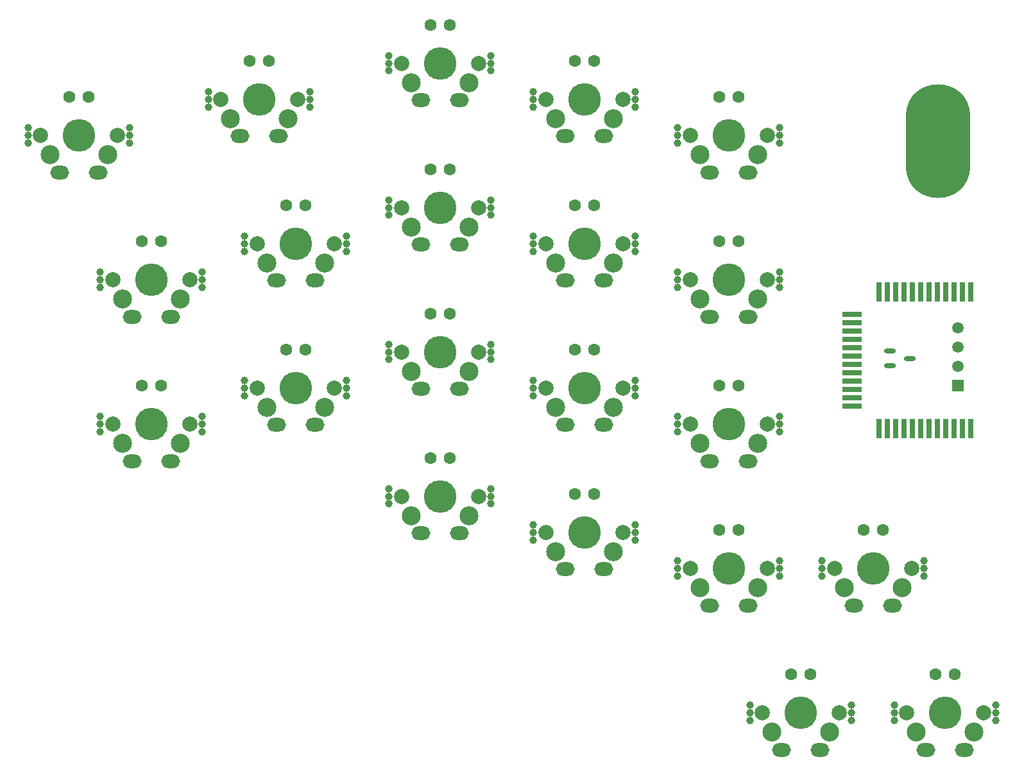
<source format=gbp>
G04 #@! TF.GenerationSoftware,KiCad,Pcbnew,(5.0.0-rc2-dev-301-g33f795be4)*
G04 #@! TF.CreationDate,2018-04-18T21:52:43+02:00*
G04 #@! TF.ProjectId,kissboard,6B697373626F6172642E6B696361645F,rev?*
G04 #@! TF.SameCoordinates,Original*
G04 #@! TF.FileFunction,Paste,Bot*
G04 #@! TF.FilePolarity,Positive*
%FSLAX46Y46*%
G04 Gerber Fmt 4.6, Leading zero omitted, Abs format (unit mm)*
G04 Created by KiCad (PCBNEW (5.0.0-rc2-dev-301-g33f795be4)) date 04/18/18 21:52:43*
%MOMM*%
%LPD*%
G01*
G04 APERTURE LIST*
%ADD10C,1.500000*%
%ADD11R,1.500000X1.500000*%
%ADD12O,8.500000X15.000000*%
%ADD13R,2.500000X0.800000*%
%ADD14R,0.800000X2.500000*%
%ADD15O,1.550000X0.650000*%
%ADD16C,1.000000*%
%ADD17O,2.500000X1.800000*%
%ADD18C,2.500000*%
%ADD19C,2.000000*%
%ADD20C,4.300000*%
%ADD21C,1.600000*%
G04 APERTURE END LIST*
D10*
X158813500Y-65849500D03*
X158813500Y-68389500D03*
X158813500Y-70929500D03*
D11*
X158813500Y-73469500D03*
D12*
X156210000Y-41275000D03*
D13*
X144843500Y-76218500D03*
X144843500Y-75118500D03*
X144843500Y-74018500D03*
X144843500Y-72918500D03*
X144843500Y-71818500D03*
X144843500Y-70718500D03*
X144843500Y-69618500D03*
X144843500Y-68518500D03*
X144843500Y-67418500D03*
X144843500Y-66318500D03*
X144843500Y-65218500D03*
X144843500Y-64118500D03*
D14*
X160543500Y-79168500D03*
X159443500Y-79168500D03*
X158343500Y-79168500D03*
X157243500Y-79168500D03*
X156143500Y-79168500D03*
X155043500Y-79168500D03*
X153943500Y-79168500D03*
X152843500Y-79168500D03*
X151743500Y-79168500D03*
X150643500Y-79168500D03*
X149543500Y-79168500D03*
X148443500Y-79168500D03*
X148443500Y-61168500D03*
X149543500Y-61168500D03*
X150643500Y-61168500D03*
X151743500Y-61168500D03*
X152843500Y-61168500D03*
X153943500Y-61168500D03*
X155043500Y-61168500D03*
X156143500Y-61168500D03*
X157243500Y-61168500D03*
X158343500Y-61168500D03*
X159443500Y-61168500D03*
X160543500Y-61168500D03*
D15*
X152518500Y-69913500D03*
X149868500Y-68963500D03*
X149868500Y-70863500D03*
D16*
X150462500Y-115681250D03*
X150462500Y-117681250D03*
X150462500Y-116681250D03*
D17*
X159702500Y-121558050D03*
D18*
X153352500Y-119221250D03*
D17*
X154622500Y-121558050D03*
D18*
X160972500Y-119221250D03*
D19*
X152082500Y-116681250D03*
X162242500Y-116681250D03*
D20*
X157162500Y-116681250D03*
D16*
X163862500Y-116681250D03*
X163862500Y-115681250D03*
X163862500Y-117681250D03*
D21*
X158432500Y-111601250D03*
X155892500Y-111601250D03*
D16*
X45687500Y-77581250D03*
X45687500Y-79581250D03*
X45687500Y-78581250D03*
D17*
X54927500Y-83458050D03*
D18*
X48577500Y-81121250D03*
D17*
X49847500Y-83458050D03*
D18*
X56197500Y-81121250D03*
D19*
X47307500Y-78581250D03*
X57467500Y-78581250D03*
D20*
X52387500Y-78581250D03*
D16*
X59087500Y-78581250D03*
X59087500Y-77581250D03*
X59087500Y-79581250D03*
D21*
X53657500Y-73501250D03*
X51117500Y-73501250D03*
X65405000Y-30638750D03*
X67945000Y-30638750D03*
D16*
X73375000Y-36718750D03*
X73375000Y-34718750D03*
X73375000Y-35718750D03*
D20*
X66675000Y-35718750D03*
D19*
X71755000Y-35718750D03*
X61595000Y-35718750D03*
D18*
X70485000Y-38258750D03*
D17*
X64135000Y-40595550D03*
D18*
X62865000Y-38258750D03*
D17*
X69215000Y-40595550D03*
D16*
X59975000Y-35718750D03*
X59975000Y-36718750D03*
X59975000Y-34718750D03*
X83787500Y-29956250D03*
X83787500Y-31956250D03*
X83787500Y-30956250D03*
D17*
X93027500Y-35833050D03*
D18*
X86677500Y-33496250D03*
D17*
X87947500Y-35833050D03*
D18*
X94297500Y-33496250D03*
D19*
X85407500Y-30956250D03*
X95567500Y-30956250D03*
D20*
X90487500Y-30956250D03*
D16*
X97187500Y-30956250D03*
X97187500Y-29956250D03*
X97187500Y-31956250D03*
D21*
X91757500Y-25876250D03*
X89217500Y-25876250D03*
X108267500Y-30638750D03*
X110807500Y-30638750D03*
D16*
X116237500Y-36718750D03*
X116237500Y-34718750D03*
X116237500Y-35718750D03*
D20*
X109537500Y-35718750D03*
D19*
X114617500Y-35718750D03*
X104457500Y-35718750D03*
D18*
X113347500Y-38258750D03*
D17*
X106997500Y-40595550D03*
D18*
X105727500Y-38258750D03*
D17*
X112077500Y-40595550D03*
D16*
X102837500Y-35718750D03*
X102837500Y-36718750D03*
X102837500Y-34718750D03*
X121887500Y-39481250D03*
X121887500Y-41481250D03*
X121887500Y-40481250D03*
D17*
X131127500Y-45358050D03*
D18*
X124777500Y-43021250D03*
D17*
X126047500Y-45358050D03*
D18*
X132397500Y-43021250D03*
D19*
X123507500Y-40481250D03*
X133667500Y-40481250D03*
D20*
X128587500Y-40481250D03*
D16*
X135287500Y-40481250D03*
X135287500Y-39481250D03*
X135287500Y-41481250D03*
D21*
X129857500Y-35401250D03*
X127317500Y-35401250D03*
X51117500Y-54451250D03*
X53657500Y-54451250D03*
D16*
X59087500Y-60531250D03*
X59087500Y-58531250D03*
X59087500Y-59531250D03*
D20*
X52387500Y-59531250D03*
D19*
X57467500Y-59531250D03*
X47307500Y-59531250D03*
D18*
X56197500Y-62071250D03*
D17*
X49847500Y-64408050D03*
D18*
X48577500Y-62071250D03*
D17*
X54927500Y-64408050D03*
D16*
X45687500Y-59531250D03*
X45687500Y-60531250D03*
X45687500Y-58531250D03*
X64737500Y-53768750D03*
X64737500Y-55768750D03*
X64737500Y-54768750D03*
D17*
X73977500Y-59645550D03*
D18*
X67627500Y-57308750D03*
D17*
X68897500Y-59645550D03*
D18*
X75247500Y-57308750D03*
D19*
X66357500Y-54768750D03*
X76517500Y-54768750D03*
D20*
X71437500Y-54768750D03*
D16*
X78137500Y-54768750D03*
X78137500Y-53768750D03*
X78137500Y-55768750D03*
D21*
X72707500Y-49688750D03*
X70167500Y-49688750D03*
X89217500Y-44926250D03*
X91757500Y-44926250D03*
D16*
X97187500Y-51006250D03*
X97187500Y-49006250D03*
X97187500Y-50006250D03*
D20*
X90487500Y-50006250D03*
D19*
X95567500Y-50006250D03*
X85407500Y-50006250D03*
D18*
X94297500Y-52546250D03*
D17*
X87947500Y-54883050D03*
D18*
X86677500Y-52546250D03*
D17*
X93027500Y-54883050D03*
D16*
X83787500Y-50006250D03*
X83787500Y-51006250D03*
X83787500Y-49006250D03*
X102837500Y-53768750D03*
X102837500Y-55768750D03*
X102837500Y-54768750D03*
D17*
X112077500Y-59645550D03*
D18*
X105727500Y-57308750D03*
D17*
X106997500Y-59645550D03*
D18*
X113347500Y-57308750D03*
D19*
X104457500Y-54768750D03*
X114617500Y-54768750D03*
D20*
X109537500Y-54768750D03*
D16*
X116237500Y-54768750D03*
X116237500Y-53768750D03*
X116237500Y-55768750D03*
D21*
X110807500Y-49688750D03*
X108267500Y-49688750D03*
X127317500Y-54451250D03*
X129857500Y-54451250D03*
D16*
X135287500Y-60531250D03*
X135287500Y-58531250D03*
X135287500Y-59531250D03*
D20*
X128587500Y-59531250D03*
D19*
X133667500Y-59531250D03*
X123507500Y-59531250D03*
D18*
X132397500Y-62071250D03*
D17*
X126047500Y-64408050D03*
D18*
X124777500Y-62071250D03*
D17*
X131127500Y-64408050D03*
D16*
X121887500Y-59531250D03*
X121887500Y-60531250D03*
X121887500Y-58531250D03*
X102837500Y-72818750D03*
X102837500Y-74818750D03*
X102837500Y-73818750D03*
D17*
X112077500Y-78695550D03*
D18*
X105727500Y-76358750D03*
D17*
X106997500Y-78695550D03*
D18*
X113347500Y-76358750D03*
D19*
X104457500Y-73818750D03*
X114617500Y-73818750D03*
D20*
X109537500Y-73818750D03*
D16*
X116237500Y-73818750D03*
X116237500Y-72818750D03*
X116237500Y-74818750D03*
D21*
X110807500Y-68738750D03*
X108267500Y-68738750D03*
X127317500Y-73501250D03*
X129857500Y-73501250D03*
D16*
X135287500Y-79581250D03*
X135287500Y-77581250D03*
X135287500Y-78581250D03*
D20*
X128587500Y-78581250D03*
D19*
X133667500Y-78581250D03*
X123507500Y-78581250D03*
D18*
X132397500Y-81121250D03*
D17*
X126047500Y-83458050D03*
D18*
X124777500Y-81121250D03*
D17*
X131127500Y-83458050D03*
D16*
X121887500Y-78581250D03*
X121887500Y-79581250D03*
X121887500Y-77581250D03*
X83787500Y-87106250D03*
X83787500Y-89106250D03*
X83787500Y-88106250D03*
D17*
X93027500Y-92983050D03*
D18*
X86677500Y-90646250D03*
D17*
X87947500Y-92983050D03*
D18*
X94297500Y-90646250D03*
D19*
X85407500Y-88106250D03*
X95567500Y-88106250D03*
D20*
X90487500Y-88106250D03*
D16*
X97187500Y-88106250D03*
X97187500Y-87106250D03*
X97187500Y-89106250D03*
D21*
X91757500Y-83026250D03*
X89217500Y-83026250D03*
X108267500Y-87788750D03*
X110807500Y-87788750D03*
D16*
X116237500Y-93868750D03*
X116237500Y-91868750D03*
X116237500Y-92868750D03*
D20*
X109537500Y-92868750D03*
D19*
X114617500Y-92868750D03*
X104457500Y-92868750D03*
D18*
X113347500Y-95408750D03*
D17*
X106997500Y-97745550D03*
D18*
X105727500Y-95408750D03*
D17*
X112077500Y-97745550D03*
D16*
X102837500Y-92868750D03*
X102837500Y-93868750D03*
X102837500Y-91868750D03*
X121887500Y-96631250D03*
X121887500Y-98631250D03*
X121887500Y-97631250D03*
D17*
X131127500Y-102508050D03*
D18*
X124777500Y-100171250D03*
D17*
X126047500Y-102508050D03*
D18*
X132397500Y-100171250D03*
D19*
X123507500Y-97631250D03*
X133667500Y-97631250D03*
D20*
X128587500Y-97631250D03*
D16*
X135287500Y-97631250D03*
X135287500Y-96631250D03*
X135287500Y-98631250D03*
D21*
X129857500Y-92551250D03*
X127317500Y-92551250D03*
X146367500Y-92551250D03*
X148907500Y-92551250D03*
D16*
X154337500Y-98631250D03*
X154337500Y-96631250D03*
X154337500Y-97631250D03*
D20*
X147637500Y-97631250D03*
D19*
X152717500Y-97631250D03*
X142557500Y-97631250D03*
D18*
X151447500Y-100171250D03*
D17*
X145097500Y-102508050D03*
D18*
X143827500Y-100171250D03*
D17*
X150177500Y-102508050D03*
D16*
X140937500Y-97631250D03*
X140937500Y-98631250D03*
X140937500Y-96631250D03*
X131412500Y-115681250D03*
X131412500Y-117681250D03*
X131412500Y-116681250D03*
D17*
X140652500Y-121558050D03*
D18*
X134302500Y-119221250D03*
D17*
X135572500Y-121558050D03*
D18*
X141922500Y-119221250D03*
D19*
X133032500Y-116681250D03*
X143192500Y-116681250D03*
D20*
X138112500Y-116681250D03*
D16*
X144812500Y-116681250D03*
X144812500Y-115681250D03*
X144812500Y-117681250D03*
D21*
X139382500Y-111601250D03*
X136842500Y-111601250D03*
X89217500Y-63976250D03*
X91757500Y-63976250D03*
D16*
X97187500Y-70056250D03*
X97187500Y-68056250D03*
X97187500Y-69056250D03*
D20*
X90487500Y-69056250D03*
D19*
X95567500Y-69056250D03*
X85407500Y-69056250D03*
D18*
X94297500Y-71596250D03*
D17*
X87947500Y-73933050D03*
D18*
X86677500Y-71596250D03*
D17*
X93027500Y-73933050D03*
D16*
X83787500Y-69056250D03*
X83787500Y-70056250D03*
X83787500Y-68056250D03*
X64737500Y-72818750D03*
X64737500Y-74818750D03*
X64737500Y-73818750D03*
D17*
X73977500Y-78695550D03*
D18*
X67627500Y-76358750D03*
D17*
X68897500Y-78695550D03*
D18*
X75247500Y-76358750D03*
D19*
X66357500Y-73818750D03*
X76517500Y-73818750D03*
D20*
X71437500Y-73818750D03*
D16*
X78137500Y-73818750D03*
X78137500Y-72818750D03*
X78137500Y-74818750D03*
D21*
X72707500Y-68738750D03*
X70167500Y-68738750D03*
X41592500Y-35401250D03*
X44132500Y-35401250D03*
D16*
X49562500Y-41481250D03*
X49562500Y-39481250D03*
X49562500Y-40481250D03*
D20*
X42862500Y-40481250D03*
D19*
X47942500Y-40481250D03*
X37782500Y-40481250D03*
D18*
X46672500Y-43021250D03*
D17*
X40322500Y-45358050D03*
D18*
X39052500Y-43021250D03*
D17*
X45402500Y-45358050D03*
D16*
X36162500Y-40481250D03*
X36162500Y-41481250D03*
X36162500Y-39481250D03*
M02*

</source>
